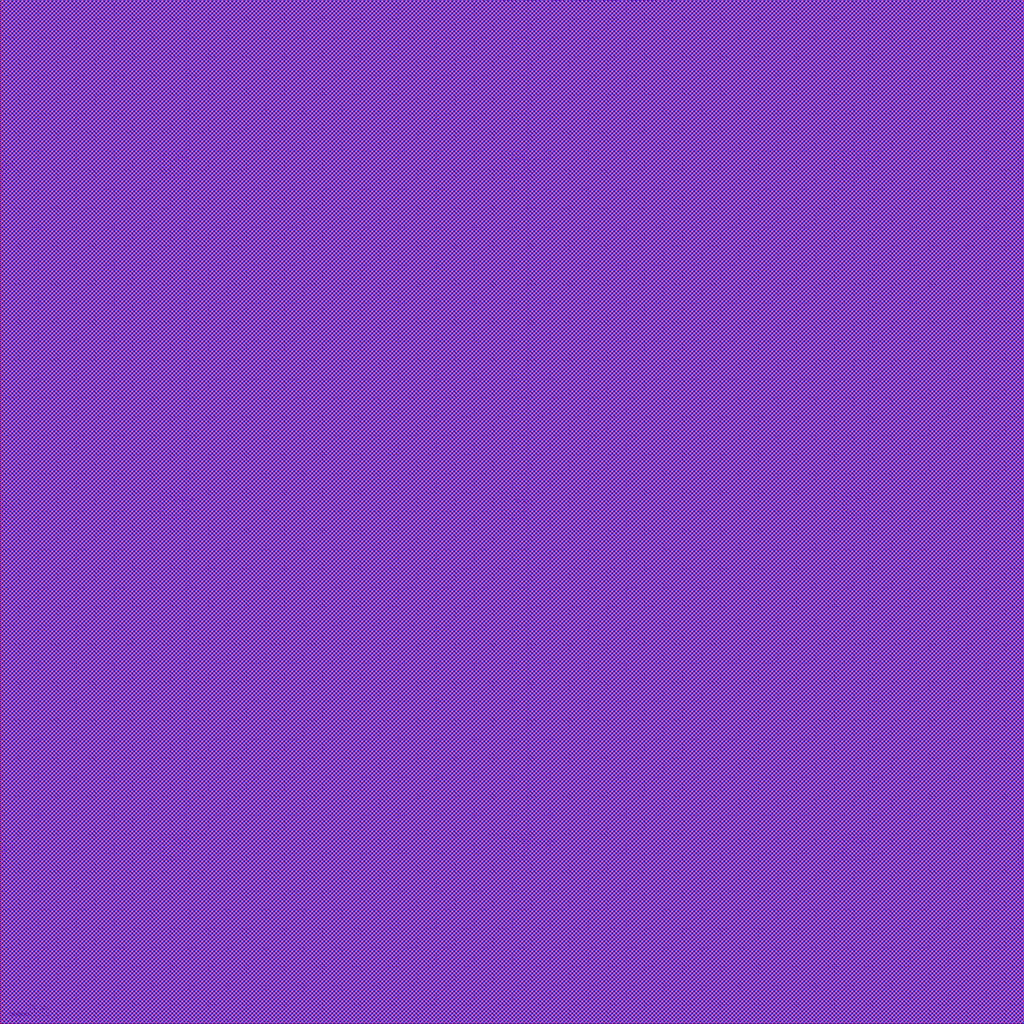
<source format=lef>
#************************************************************************************************#
# Copyright (C) 2021 by Cadence Design Systems Inc	         	                         #
#************************************************************************************************#
#************************************************************************************************#
# IP               : cdn_sd1000_t16ffc_01_vc176_2xa1xd3xe2y2r                            	 #
# DESCRIPTION      : LEF file  									 #
# CREATED BY       : Sachin Nandurkar (sachinn@cadence.com)       				 #
# LAST CHANGED     : 20210527                                                                    #
# VERSION          : 102                                                                         #
# VERSION HISTORY  : 101 20191024 , File created				 		 #
# VERSION HISTORY  : 102 20210602 , Updated bump pin location				 	 #
# DISCLAIMER       : The lef parser used to verify the syntax of this file may have bugs. Please #
#                  : ensure that there are no problems while you read this file in your tool. 	 #
#************************************************************************************************#

VERSION 5.7 ;
BUSBITCHARS "[]" ;
DIVIDERCHAR "/" ;

SITE SITEOFcdn_sd1000_t16ffc_01_vc176_2xa1xd3xe2y2r
  CLASS CORE ;
  SYMMETRY X Y ;
  SIZE 540 BY 540 ;
END SITEOFcdn_sd1000_t16ffc_01_vc176_2xa1xd3xe2y2r

MACRO cdn_sd1000_t16ffc_01_vc176_2xa1xd3xe2y2r
  CLASS BLOCK ;
  ORIGIN 0 0 ;
  FOREIGN cdn_sd1000_t16ffc_01_vc176_2xa1xd3xe2y2r 0 0 ;
  SIZE 540 BY 540 ;
  SYMMETRY X Y ;
  SITE SITEOFcdn_sd1000_t16ffc_01_vc176_2xa1xd3xe2y2r ;
  PIN tap_trst_n
    DIRECTION INPUT ;
    USE SIGNAL ;
    PORT
      LAYER M5 ;
        RECT 321.64 539.8 321.72 540 ;
    END
  END tap_trst_n
  PIN databus_reset
    DIRECTION INPUT ;
    USE SIGNAL ;
    PORT
      LAYER M5 ;
        RECT 305.88 539.8 305.96 540 ;
    END
  END databus_reset
  PIN hssi_tx_clockin
    DIRECTION INPUT ;
    USE SIGNAL ;
    PORT
      LAYER M5 ;
        RECT 265.72 539.8 265.8 540 ;
    END
  END hssi_tx_clockin
  PIN scan_sieclock
    DIRECTION INPUT ;
    USE SIGNAL ;
    PORT
      LAYER M5 ;
        RECT 266.68 539.8 266.76 540 ;
    END
  END scan_sieclock
  PIN psm_clock
    DIRECTION INPUT ;
    USE SIGNAL ;
    PORT
      LAYER M5 ;
        RECT 267.64 539.8 267.72 540 ;
    END
  END psm_clock
  PIN apb_pclk
    DIRECTION INPUT ;
    USE SIGNAL ;
    PORT
      LAYER M5 ;
        RECT 267.32 539.8 267.4 540 ;
    END
  END apb_pclk
  PIN scan_out[22]
    DIRECTION OUTPUT ;
    USE SIGNAL ;
    PORT
      LAYER M5 ;
        RECT 353.08 539.8 353.16 540 ;
    END
  END scan_out[22]
  PIN scan_out[33]
    DIRECTION OUTPUT ;
    USE SIGNAL ;
    PORT
      LAYER M5 ;
        RECT 354.84 539.8 354.92 540 ;
    END
  END scan_out[33]
  PIN scan_out[31]
    DIRECTION OUTPUT ;
    USE SIGNAL ;
    PORT
      LAYER M5 ;
        RECT 354.52 539.8 354.6 540 ;
    END
  END scan_out[31]
  PIN scan_out[29]
    DIRECTION OUTPUT ;
    USE SIGNAL ;
    PORT
      LAYER M5 ;
        RECT 354.2 539.8 354.28 540 ;
    END
  END scan_out[29]
  PIN scan_out[27]
    DIRECTION OUTPUT ;
    USE SIGNAL ;
    PORT
      LAYER M5 ;
        RECT 353.88 539.8 353.96 540 ;
    END
  END scan_out[27]
  PIN scan_out[25]
    DIRECTION OUTPUT ;
    USE SIGNAL ;
    PORT
      LAYER M5 ;
        RECT 353.56 539.8 353.64 540 ;
    END
  END scan_out[25]
  PIN scan_out[23]
    DIRECTION OUTPUT ;
    USE SIGNAL ;
    PORT
      LAYER M5 ;
        RECT 353.24 539.8 353.32 540 ;
    END
  END scan_out[23]
  PIN scan_out[20]
    DIRECTION OUTPUT ;
    USE SIGNAL ;
    PORT
      LAYER M5 ;
        RECT 352.76 539.8 352.84 540 ;
    END
  END scan_out[20]
  PIN scan_out[18]
    DIRECTION OUTPUT ;
    USE SIGNAL ;
    PORT
      LAYER M5 ;
        RECT 352.44 539.8 352.52 540 ;
    END
  END scan_out[18]
  PIN scan_in[18]
    DIRECTION INPUT ;
    USE SIGNAL ;
    PORT
      LAYER M5 ;
        RECT 279.32 539.8 279.4 540 ;
    END
  END scan_in[18]
  PIN scan_in[20]
    DIRECTION INPUT ;
    USE SIGNAL ;
    PORT
      LAYER M5 ;
        RECT 279.64 539.8 279.72 540 ;
    END
  END scan_in[20]
  PIN scan_in[22]
    DIRECTION INPUT ;
    USE SIGNAL ;
    PORT
      LAYER M5 ;
        RECT 279.96 539.8 280.04 540 ;
    END
  END scan_in[22]
  PIN adp_sense_ana
    DIRECTION OUTPUT ;
    USE SIGNAL ;
    PORT
      LAYER M5 ;
        RECT 296.52 539.8 296.6 540 ;
    END
  END adp_sense_ana
  PIN sessvld
    DIRECTION OUTPUT ;
    USE SIGNAL ;
    PORT
      LAYER M5 ;
        RECT 296.84 539.8 296.92 540 ;
    END
  END sessvld
  PIN iddig
    DIRECTION OUTPUT ;
    USE SIGNAL ;
    PORT
      LAYER M5 ;
        RECT 303.96 539.8 304.04 540 ;
    END
  END iddig
  PIN hssi_ded_ana
    DIRECTION OUTPUT ;
    USE SIGNAL ;
    PORT
      LAYER M5 ;
        RECT 304.12 539.8 304.2 540 ;
    END
  END hssi_ded_ana
  PIN hssi_squelch
    DIRECTION OUTPUT ;
    USE SIGNAL ;
    PORT
      LAYER M5 ;
        RECT 318.44 539.8 318.52 540 ;
    END
  END hssi_squelch
  PIN hssi_dataout[0]
    DIRECTION OUTPUT ;
    USE SIGNAL ;
    PORT
      LAYER M5 ;
        RECT 337.56 539.8 337.64 540 ;
    END
  END hssi_dataout[0]
  PIN hssi_dataout[2]
    DIRECTION OUTPUT ;
    USE SIGNAL ;
    PORT
      LAYER M5 ;
        RECT 337.88 539.8 337.96 540 ;
    END
  END hssi_dataout[2]
  PIN rx_rcv
    DIRECTION OUTPUT ;
    USE SIGNAL ;
    PORT
      LAYER M5 ;
        RECT 325.48 539.8 325.56 540 ;
    END
  END rx_rcv
  PIN rx_dm
    DIRECTION OUTPUT ;
    USE SIGNAL ;
    PORT
      LAYER M5 ;
        RECT 304.44 539.8 304.52 540 ;
    END
  END rx_dm
  PIN dataout[1]
    DIRECTION OUTPUT ;
    USE SIGNAL ;
    PORT
      LAYER M5 ;
        RECT 335.16 539.8 335.24 540 ;
    END
  END dataout[1]
  PIN datain[6]
    DIRECTION INPUT ;
    USE SIGNAL ;
    PORT
      LAYER M5 ;
        RECT 292.36 539.8 292.44 540 ;
    END
  END datain[6]
  PIN datain[8]
    DIRECTION INPUT ;
    USE SIGNAL ;
    PORT
      LAYER M5 ;
        RECT 292.68 539.8 292.76 540 ;
    END
  END datain[8]
  PIN dp_vdat_ref_comp_en
    DIRECTION INPUT ;
    USE SIGNAL ;
    PORT
      LAYER M5 ;
        RECT 310.84 539.8 310.92 540 ;
    END
  END dp_vdat_ref_comp_en
  PIN scan_in[34]
    DIRECTION INPUT ;
    USE SIGNAL ;
    PORT
      LAYER M5 ;
        RECT 281.88 539.8 281.96 540 ;
    END
  END scan_in[34]
  PIN usb2_phy_spare_out[7]
    DIRECTION OUTPUT ;
    USE SIGNAL ;
    PORT
      LAYER M5 ;
        RECT 340.6 539.8 340.68 540 ;
    END
  END usb2_phy_spare_out[7]
  PIN apb_pready
    DIRECTION OUTPUT ;
    USE SIGNAL ;
    PORT
      LAYER M5 ;
        RECT 306.2 539.8 306.28 540 ;
    END
  END apb_pready
  PIN usb2_phy_spare_out[1]
    DIRECTION OUTPUT ;
    USE SIGNAL ;
    PORT
      LAYER M5 ;
        RECT 339.64 539.8 339.72 540 ;
    END
  END usb2_phy_spare_out[1]
  PIN usb2_phy_spare_out[5]
    DIRECTION OUTPUT ;
    USE SIGNAL ;
    PORT
      LAYER M5 ;
        RECT 340.28 539.8 340.36 540 ;
    END
  END usb2_phy_spare_out[5]
  PIN dm_vdat_ref_comp_en
    DIRECTION INPUT ;
    USE SIGNAL ;
    PORT
      LAYER M5 ;
        RECT 324.36 539.8 324.44 540 ;
    END
  END dm_vdat_ref_comp_en
  PIN usb2_phy_spare_out[3]
    DIRECTION OUTPUT ;
    USE SIGNAL ;
    PORT
      LAYER M5 ;
        RECT 339.96 539.8 340.04 540 ;
    END
  END usb2_phy_spare_out[3]
  PIN scan_in[17]
    DIRECTION INPUT ;
    USE SIGNAL ;
    PORT
      LAYER M5 ;
        RECT 279.16 539.8 279.24 540 ;
    END
  END scan_in[17]
  PIN bist_mode_sel[0]
    DIRECTION INPUT ;
    USE SIGNAL ;
    PORT
      LAYER M5 ;
        RECT 333.08 539.8 333.16 540 ;
    END
  END bist_mode_sel[0]
  PIN scan_in[14]
    DIRECTION INPUT ;
    USE SIGNAL ;
    PORT
      LAYER M5 ;
        RECT 278.68 539.8 278.76 540 ;
    END
  END scan_in[14]
  PIN scan_en
    DIRECTION INPUT ;
    USE SIGNAL ;
    PORT
      LAYER M5 ;
        RECT 309.4 539.8 309.48 540 ;
    END
  END scan_en
  PIN dataout[11]
    DIRECTION OUTPUT ;
    USE SIGNAL ;
    PORT
      LAYER M5 ;
        RECT 336.76 539.8 336.84 540 ;
    END
  END dataout[11]
  PIN dataout[9]
    DIRECTION OUTPUT ;
    USE SIGNAL ;
    PORT
      LAYER M5 ;
        RECT 336.44 539.8 336.52 540 ;
    END
  END dataout[9]
  PIN apb_presetn
    DIRECTION INPUT ;
    USE SIGNAL ;
    PORT
      LAYER M5 ;
        RECT 321.48 539.8 321.56 540 ;
    END
  END apb_presetn
  PIN iddq_mode
    DIRECTION INPUT ;
    USE SIGNAL ;
    PORT
      LAYER M5 ;
        RECT 310.04 539.8 310.12 540 ;
    END
  END iddq_mode
  PIN scan_clock
    DIRECTION INPUT ;
    USE SIGNAL ;
    PORT
      LAYER M5 ;
        RECT 267.96 539.8 268.04 540 ;
    END
  END scan_clock
  PIN tx_se0
    DIRECTION INPUT ;
    USE SIGNAL ;
    PORT
      LAYER M5 ;
        RECT 323.24 539.8 323.32 540 ;
    END
  END tx_se0
  PIN dataout[13]
    DIRECTION OUTPUT ;
    USE SIGNAL ;
    PORT
      LAYER M5 ;
        RECT 337.08 539.8 337.16 540 ;
    END
  END dataout[13]
  PIN dataout[15]
    DIRECTION OUTPUT ;
    USE SIGNAL ;
    PORT
      LAYER M5 ;
        RECT 337.4 539.8 337.48 540 ;
    END
  END dataout[15]
  PIN rxvalid
    DIRECTION OUTPUT ;
    USE SIGNAL ;
    PORT
      LAYER M5 ;
        RECT 319.24 539.8 319.32 540 ;
    END
  END rxvalid
  PIN rxactive
    DIRECTION OUTPUT ;
    USE SIGNAL ;
    PORT
      LAYER M5 ;
        RECT 307.16 539.8 307.24 540 ;
    END
  END rxactive
  PIN linestate[0]
    DIRECTION OUTPUT ;
    USE SIGNAL ;
    PORT
      LAYER M5 ;
        RECT 305.4 539.8 305.48 540 ;
    END
  END linestate[0]
  PIN hostdisconnect
    DIRECTION OUTPUT ;
    USE SIGNAL ;
    PORT
      LAYER M5 ;
        RECT 305.72 539.8 305.8 540 ;
    END
  END hostdisconnect
  PIN scan_out[1]
    DIRECTION OUTPUT ;
    USE SIGNAL ;
    PORT
      LAYER M5 ;
        RECT 340.92 539.8 341 540 ;
    END
  END scan_out[1]
  PIN scan_out[3]
    DIRECTION OUTPUT ;
    USE SIGNAL ;
    PORT
      LAYER M5 ;
        RECT 341.24 539.8 341.32 540 ;
    END
  END scan_out[3]
  PIN scan_out[5]
    DIRECTION OUTPUT ;
    USE SIGNAL ;
    PORT
      LAYER M5 ;
        RECT 341.56 539.8 341.64 540 ;
    END
  END scan_out[5]
  PIN scan_out[7]
    DIRECTION OUTPUT ;
    USE SIGNAL ;
    PORT
      LAYER M5 ;
        RECT 341.88 539.8 341.96 540 ;
    END
  END scan_out[7]
  PIN scan_out[9]
    DIRECTION OUTPUT ;
    USE SIGNAL ;
    PORT
      LAYER M5 ;
        RECT 342.2 539.8 342.28 540 ;
    END
  END scan_out[9]
  PIN scan_out[11]
    DIRECTION OUTPUT ;
    USE SIGNAL ;
    PORT
      LAYER M5 ;
        RECT 342.52 539.8 342.6 540 ;
    END
  END scan_out[11]
  PIN scan_out[13]
    DIRECTION OUTPUT ;
    USE SIGNAL ;
    PORT
      LAYER M5 ;
        RECT 342.84 539.8 342.92 540 ;
    END
  END scan_out[13]
  PIN hssi_rx_clockout
    DIRECTION OUTPUT ;
    USE SIGNAL ;
    PORT
      LAYER M5 ;
        RECT 269.24 539.8 269.32 540 ;
    END
  END hssi_rx_clockout
  PIN pll_clockout
    DIRECTION OUTPUT ;
    USE SIGNAL ;
    PORT
      LAYER M5 ;
        RECT 268.92 539.8 269 540 ;
    END
  END pll_clockout
  PIN scan_ats_sieclock
    DIRECTION OUTPUT ;
    USE SIGNAL ;
    PORT
      LAYER M5 ;
        RECT 265.08 539.8 265.16 540 ;
    END
  END scan_ats_sieclock
  PIN tx_dat
    DIRECTION INPUT ;
    USE SIGNAL ;
    PORT
      LAYER M5 ;
        RECT 319.4 539.8 319.48 540 ;
    END
  END tx_dat
  PIN refclock
    DIRECTION INPUT ;
    USE SIGNAL ;
    PORT
      LAYER M5 ;
        RECT 266.04 539.8 266.12 540 ;
    END
  END refclock
  PIN tap_tck
    DIRECTION INPUT ;
    USE SIGNAL ;
    PORT
      LAYER M5 ;
        RECT 306.04 539.8 306.12 540 ;
    END
  END tap_tck
  PIN scan_hsclock
    DIRECTION INPUT ;
    USE SIGNAL ;
    PORT
      LAYER M5 ;
        RECT 267 539.8 267.08 540 ;
    END
  END scan_hsclock
  PIN datain[0]
    DIRECTION INPUT ;
    USE SIGNAL ;
    PORT
      LAYER M5 ;
        RECT 291.4 539.8 291.48 540 ;
    END
  END datain[0]
  PIN datain[2]
    DIRECTION INPUT ;
    USE SIGNAL ;
    PORT
      LAYER M5 ;
        RECT 291.72 539.8 291.8 540 ;
    END
  END datain[2]
  PIN datain[4]
    DIRECTION INPUT ;
    USE SIGNAL ;
    PORT
      LAYER M5 ;
        RECT 292.04 539.8 292.12 540 ;
    END
  END datain[4]
  PIN bist_complete
    DIRECTION OUTPUT ;
    USE SIGNAL ;
    PORT
      LAYER M5 ;
        RECT 295.72 539.8 295.8 540 ;
    END
  END bist_complete
  PIN rid_float_comp_sts
    DIRECTION OUTPUT ;
    USE SIGNAL ;
    PORT
      LAYER M5 ;
        RECT 295.88 539.8 295.96 540 ;
    END
  END rid_float_comp_sts
  PIN rid_b_comp_sts
    DIRECTION OUTPUT ;
    USE SIGNAL ;
    PORT
      LAYER M5 ;
        RECT 306.52 539.8 306.6 540 ;
    END
  END rid_b_comp_sts
  PIN dp_vdat_ref_comp_sts
    DIRECTION OUTPUT ;
    USE SIGNAL ;
    PORT
      LAYER M5 ;
        RECT 296.2 539.8 296.28 540 ;
    END
  END dp_vdat_ref_comp_sts
  PIN dm_vdat_ref_comp_sts
    DIRECTION OUTPUT ;
    USE SIGNAL ;
    PORT
      LAYER M5 ;
        RECT 296.36 539.8 296.44 540 ;
    END
  END dm_vdat_ref_comp_sts
  PIN pll_clk_sel[1]
    DIRECTION INPUT ;
    USE SIGNAL ;
    PORT
      LAYER M5 ;
        RECT 266.36 539.8 266.44 540 ;
    END
  END pll_clk_sel[1]
  PIN option_cv
    DIRECTION INPUT ;
    USE SIGNAL ;
    PORT
      LAYER M5 ;
        RECT 345.08 539.8 345.16 540 ;
    END
  END option_cv
  PIN tap_tms
    DIRECTION INPUT ;
    USE SIGNAL ;
    PORT
      LAYER M5 ;
        RECT 309.72 539.8 309.8 540 ;
    END
  END tap_tms
  PIN apb_pwdata[0]
    DIRECTION INPUT ;
    USE SIGNAL ;
    PORT
      LAYER M5 ;
        RECT 333.72 539.8 333.8 540 ;
    END
  END apb_pwdata[0]
  PIN apb_pwdata[2]
    DIRECTION INPUT ;
    USE SIGNAL ;
    PORT
      LAYER M5 ;
        RECT 334.04 539.8 334.12 540 ;
    END
  END apb_pwdata[2]
  PIN apb_pwdata[4]
    DIRECTION INPUT ;
    USE SIGNAL ;
    PORT
      LAYER M5 ;
        RECT 334.36 539.8 334.44 540 ;
    END
  END apb_pwdata[4]
  PIN apb_pwdata[6]
    DIRECTION INPUT ;
    USE SIGNAL ;
    PORT
      LAYER M5 ;
        RECT 334.68 539.8 334.76 540 ;
    END
  END apb_pwdata[6]
  PIN apb_paddr[0]
    DIRECTION INPUT ;
    USE SIGNAL ;
    PORT
      LAYER M5 ;
        RECT 332.92 539.8 333 540 ;
    END
  END apb_paddr[0]
  PIN scan_out[16]
    DIRECTION OUTPUT ;
    USE SIGNAL ;
    PORT
      LAYER M5 ;
        RECT 343.32 539.8 343.4 540 ;
    END
  END scan_out[16]
  PIN datain[14]
    DIRECTION INPUT ;
    USE SIGNAL ;
    PORT
      LAYER M5 ;
        RECT 293.64 539.8 293.72 540 ;
    END
  END datain[14]
  PIN usb2_phy_spare_out[6]
    DIRECTION OUTPUT ;
    USE SIGNAL ;
    PORT
      LAYER M5 ;
        RECT 340.44 539.8 340.52 540 ;
    END
  END usb2_phy_spare_out[6]
  PIN bist_error_count[0]
    DIRECTION OUTPUT ;
    USE SIGNAL ;
    PORT
      LAYER M5 ;
        RECT 338.2 539.8 338.28 540 ;
    END
  END bist_error_count[0]
  PIN bist_error_count[2]
    DIRECTION OUTPUT ;
    USE SIGNAL ;
    PORT
      LAYER M5 ;
        RECT 338.52 539.8 338.6 540 ;
    END
  END bist_error_count[2]
  PIN bist_error_count[4]
    DIRECTION OUTPUT ;
    USE SIGNAL ;
    PORT
      LAYER M5 ;
        RECT 338.84 539.8 338.92 540 ;
    END
  END bist_error_count[4]
  PIN bist_error_count[6]
    DIRECTION OUTPUT ;
    USE SIGNAL ;
    PORT
      LAYER M5 ;
        RECT 339.16 539.8 339.24 540 ;
    END
  END bist_error_count[6]
  PIN bist_error
    DIRECTION OUTPUT ;
    USE SIGNAL ;
    PORT
      LAYER M5 ;
        RECT 310.52 539.8 310.6 540 ;
    END
  END bist_error
  PIN rid_gnd_comp_sts
    DIRECTION OUTPUT ;
    USE SIGNAL ;
    PORT
      LAYER M5 ;
        RECT 306.36 539.8 306.44 540 ;
    END
  END rid_gnd_comp_sts
  PIN rid_c_comp_sts
    DIRECTION OUTPUT ;
    USE SIGNAL ;
    PORT
      LAYER M5 ;
        RECT 325.64 539.8 325.72 540 ;
    END
  END rid_c_comp_sts
  PIN rid_a_comp_sts
    DIRECTION OUTPUT ;
    USE SIGNAL ;
    PORT
      LAYER M5 ;
        RECT 296.04 539.8 296.12 540 ;
    END
  END rid_a_comp_sts
  PIN dm_vlgc_comp_sts
    DIRECTION OUTPUT ;
    USE SIGNAL ;
    PORT
      LAYER M5 ;
        RECT 306.68 539.8 306.76 540 ;
    END
  END dm_vlgc_comp_sts
  PIN dcd_comp_sts
    DIRECTION OUTPUT ;
    USE SIGNAL ;
    PORT
      LAYER M5 ;
        RECT 306.84 539.8 306.92 540 ;
    END
  END dcd_comp_sts
  PIN adp_probe_ana
    DIRECTION OUTPUT ;
    USE SIGNAL ;
    PORT
      LAYER M5 ;
        RECT 296.68 539.8 296.76 540 ;
    END
  END adp_probe_ana
  PIN vbusvalid
    DIRECTION OUTPUT ;
    USE SIGNAL ;
    PORT
      LAYER M5 ;
        RECT 297 539.8 297.08 540 ;
    END
  END vbusvalid
  PIN hssi_chirp_data
    DIRECTION OUTPUT ;
    USE SIGNAL ;
    PORT
      LAYER M5 ;
        RECT 317.96 539.8 318.04 540 ;
    END
  END hssi_chirp_data
  PIN hssi_rxerror
    DIRECTION OUTPUT ;
    USE SIGNAL ;
    PORT
      LAYER M5 ;
        RECT 307 539.8 307.08 540 ;
    END
  END hssi_rxerror
  PIN hssi_rxvalid
    DIRECTION OUTPUT ;
    USE SIGNAL ;
    PORT
      LAYER M5 ;
        RECT 304.28 539.8 304.36 540 ;
    END
  END hssi_rxvalid
  PIN hssi_dataout[1]
    DIRECTION OUTPUT ;
    USE SIGNAL ;
    PORT
      LAYER M5 ;
        RECT 337.72 539.8 337.8 540 ;
    END
  END hssi_dataout[1]
  PIN hssi_dataout[3]
    DIRECTION OUTPUT ;
    USE SIGNAL ;
    PORT
      LAYER M5 ;
        RECT 338.04 539.8 338.12 540 ;
    END
  END hssi_dataout[3]
  PIN rx_dp
    DIRECTION OUTPUT ;
    USE SIGNAL ;
    PORT
      LAYER M5 ;
        RECT 318.92 539.8 319 540 ;
    END
  END rx_dp
  PIN dataout[0]
    DIRECTION OUTPUT ;
    USE SIGNAL ;
    PORT
      LAYER M5 ;
        RECT 335 539.8 335.08 540 ;
    END
  END dataout[0]
  PIN dataout[2]
    DIRECTION OUTPUT ;
    USE SIGNAL ;
    PORT
      LAYER M5 ;
        RECT 335.32 539.8 335.4 540 ;
    END
  END dataout[2]
  PIN dataout[4]
    DIRECTION OUTPUT ;
    USE SIGNAL ;
    PORT
      LAYER M5 ;
        RECT 335.64 539.8 335.72 540 ;
    END
  END dataout[4]
  PIN dataout[6]
    DIRECTION OUTPUT ;
    USE SIGNAL ;
    PORT
      LAYER M5 ;
        RECT 335.96 539.8 336.04 540 ;
    END
  END dataout[6]
  PIN dataout[8]
    DIRECTION OUTPUT ;
    USE SIGNAL ;
    PORT
      LAYER M5 ;
        RECT 336.28 539.8 336.36 540 ;
    END
  END dataout[8]
  PIN dataout[10]
    DIRECTION OUTPUT ;
    USE SIGNAL ;
    PORT
      LAYER M5 ;
        RECT 336.6 539.8 336.68 540 ;
    END
  END dataout[10]
  PIN dataout[12]
    DIRECTION OUTPUT ;
    USE SIGNAL ;
    PORT
      LAYER M5 ;
        RECT 336.92 539.8 337 540 ;
    END
  END dataout[12]
  PIN dataout[14]
    DIRECTION OUTPUT ;
    USE SIGNAL ;
    PORT
      LAYER M5 ;
        RECT 337.24 539.8 337.32 540 ;
    END
  END dataout[14]
  PIN rxvalidh
    DIRECTION OUTPUT ;
    USE SIGNAL ;
    PORT
      LAYER M5 ;
        RECT 325.32 539.8 325.4 540 ;
    END
  END rxvalidh
  PIN rxerror
    DIRECTION OUTPUT ;
    USE SIGNAL ;
    PORT
      LAYER M5 ;
        RECT 304.92 539.8 305 540 ;
    END
  END rxerror
  PIN txready
    DIRECTION OUTPUT ;
    USE SIGNAL ;
    PORT
      LAYER M5 ;
        RECT 305.24 539.8 305.32 540 ;
    END
  END txready
  PIN linestate[1]
    DIRECTION OUTPUT ;
    USE SIGNAL ;
    PORT
      LAYER M5 ;
        RECT 305.56 539.8 305.64 540 ;
    END
  END linestate[1]
  PIN scan_out[0]
    DIRECTION OUTPUT ;
    USE SIGNAL ;
    PORT
      LAYER M5 ;
        RECT 340.76 539.8 340.84 540 ;
    END
  END scan_out[0]
  PIN scan_out[2]
    DIRECTION OUTPUT ;
    USE SIGNAL ;
    PORT
      LAYER M5 ;
        RECT 341.08 539.8 341.16 540 ;
    END
  END scan_out[2]
  PIN scan_out[4]
    DIRECTION OUTPUT ;
    USE SIGNAL ;
    PORT
      LAYER M5 ;
        RECT 341.4 539.8 341.48 540 ;
    END
  END scan_out[4]
  PIN scan_out[6]
    DIRECTION OUTPUT ;
    USE SIGNAL ;
    PORT
      LAYER M5 ;
        RECT 341.72 539.8 341.8 540 ;
    END
  END scan_out[6]
  PIN scan_out[8]
    DIRECTION OUTPUT ;
    USE SIGNAL ;
    PORT
      LAYER M5 ;
        RECT 342.04 539.8 342.12 540 ;
    END
  END scan_out[8]
  PIN scan_out[10]
    DIRECTION OUTPUT ;
    USE SIGNAL ;
    PORT
      LAYER M5 ;
        RECT 342.36 539.8 342.44 540 ;
    END
  END scan_out[10]
  PIN scan_out[12]
    DIRECTION OUTPUT ;
    USE SIGNAL ;
    PORT
      LAYER M5 ;
        RECT 342.68 539.8 342.76 540 ;
    END
  END scan_out[12]
  PIN scan_out[14]
    DIRECTION OUTPUT ;
    USE SIGNAL ;
    PORT
      LAYER M5 ;
        RECT 343 539.8 343.08 540 ;
    END
  END scan_out[14]
  PIN hssi_tx_clockout
    DIRECTION OUTPUT ;
    USE SIGNAL ;
    PORT
      LAYER M5 ;
        RECT 264.76 539.8 264.84 540 ;
    END
  END hssi_tx_clockout
  PIN sieclock
    DIRECTION OUTPUT ;
    USE SIGNAL ;
    PORT
      LAYER M5 ;
        RECT 268.6 539.8 268.68 540 ;
    END
  END sieclock
  PIN scan_ats_hsclock
    DIRECTION OUTPUT ;
    USE SIGNAL ;
    PORT
      LAYER M5 ;
        RECT 265.4 539.8 265.48 540 ;
    END
  END scan_ats_hsclock
  PIN option_n
    DIRECTION INPUT ;
    USE SIGNAL ;
    PORT
      LAYER M5 ;
        RECT 344.92 539.8 345 540 ;
    END
  END option_n
  PIN tap_tdi
    DIRECTION INPUT ;
    USE SIGNAL ;
    PORT
      LAYER M5 ;
        RECT 307.32 539.8 307.4 540 ;
    END
  END tap_tdi
  PIN apb_pwdata[1]
    DIRECTION INPUT ;
    USE SIGNAL ;
    PORT
      LAYER M5 ;
        RECT 333.88 539.8 333.96 540 ;
    END
  END apb_pwdata[1]
  PIN apb_pwdata[3]
    DIRECTION INPUT ;
    USE SIGNAL ;
    PORT
      LAYER M5 ;
        RECT 334.2 539.8 334.28 540 ;
    END
  END apb_pwdata[3]
  PIN apb_pwdata[5]
    DIRECTION INPUT ;
    USE SIGNAL ;
    PORT
      LAYER M5 ;
        RECT 334.52 539.8 334.6 540 ;
    END
  END apb_pwdata[5]
  PIN apb_pwdata[7]
    DIRECTION INPUT ;
    USE SIGNAL ;
    PORT
      LAYER M5 ;
        RECT 334.84 539.8 334.92 540 ;
    END
  END apb_pwdata[7]
  PIN apb_paddr[1]
    DIRECTION INPUT ;
    USE SIGNAL ;
    PORT
      LAYER M5 ;
        RECT 332.76 539.8 332.84 540 ;
    END
  END apb_paddr[1]
  PIN apb_paddr[2]
    DIRECTION INPUT ;
    USE SIGNAL ;
    PORT
      LAYER M5 ;
        RECT 332.6 539.8 332.68 540 ;
    END
  END apb_paddr[2]
  PIN scan_in[15]
    DIRECTION INPUT ;
    USE SIGNAL ;
    PORT
      LAYER M5 ;
        RECT 278.84 539.8 278.92 540 ;
    END
  END scan_in[15]
  PIN scan_en_cg
    DIRECTION INPUT ;
    USE SIGNAL ;
    PORT
      LAYER M5 ;
        RECT 282.04 539.8 282.12 540 ;
    END
  END scan_en_cg
  PIN tap_tdoen
    DIRECTION OUTPUT ;
    USE SIGNAL ;
    PORT
      LAYER M5 ;
        RECT 295.24 539.8 295.32 540 ;
    END
  END tap_tdoen
  PIN apb_prdata[0]
    DIRECTION OUTPUT ;
    USE SIGNAL ;
    PORT
      LAYER M5 ;
        RECT 343.48 539.8 343.56 540 ;
    END
  END apb_prdata[0]
  PIN apb_prdata[2]
    DIRECTION OUTPUT ;
    USE SIGNAL ;
    PORT
      LAYER M5 ;
        RECT 343.8 539.8 343.88 540 ;
    END
  END apb_prdata[2]
  PIN apb_prdata[4]
    DIRECTION OUTPUT ;
    USE SIGNAL ;
    PORT
      LAYER M5 ;
        RECT 344.12 539.8 344.2 540 ;
    END
  END apb_prdata[4]
  PIN apb_prdata[6]
    DIRECTION OUTPUT ;
    USE SIGNAL ;
    PORT
      LAYER M5 ;
        RECT 344.44 539.8 344.52 540 ;
    END
  END apb_prdata[6]
  PIN apb_paddr[4]
    DIRECTION INPUT ;
    USE SIGNAL ;
    PORT
      LAYER M5 ;
        RECT 332.28 539.8 332.36 540 ;
    END
  END apb_paddr[4]
  PIN apb_paddr[6]
    DIRECTION INPUT ;
    USE SIGNAL ;
    PORT
      LAYER M5 ;
        RECT 331.96 539.8 332.04 540 ;
    END
  END apb_paddr[6]
  PIN usb2_phy_irq
    DIRECTION OUTPUT ;
    USE SIGNAL ;
    PORT
      LAYER M5 ;
        RECT 345.24 539.8 345.32 540 ;
    END
  END usb2_phy_irq
  PIN apb_penable
    DIRECTION INPUT ;
    USE SIGNAL ;
    PORT
      LAYER M5 ;
        RECT 325.16 539.8 325.24 540 ;
    END
  END apb_penable
  PIN usb2_phy_spare_in[0]
    DIRECTION INPUT ;
    USE SIGNAL ;
    PORT
      LAYER M5 ;
        RECT 293.96 539.8 294.04 540 ;
    END
  END usb2_phy_spare_in[0]
  PIN usb2_phy_spare_in[2]
    DIRECTION INPUT ;
    USE SIGNAL ;
    PORT
      LAYER M5 ;
        RECT 294.28 539.8 294.36 540 ;
    END
  END usb2_phy_spare_in[2]
  PIN usb2_phy_spare_in[4]
    DIRECTION INPUT ;
    USE SIGNAL ;
    PORT
      LAYER M5 ;
        RECT 294.6 539.8 294.68 540 ;
    END
  END usb2_phy_spare_in[4]
  PIN usb2_phy_spare_in[6]
    DIRECTION INPUT ;
    USE SIGNAL ;
    PORT
      LAYER M5 ;
        RECT 294.92 539.8 295 540 ;
    END
  END usb2_phy_spare_in[6]
  PIN loopback[0]
    DIRECTION INPUT ;
    USE SIGNAL ;
    PORT
      LAYER M5 ;
        RECT 325 539.8 325.08 540 ;
    END
  END loopback[0]
  PIN bist_on
    DIRECTION INPUT ;
    USE SIGNAL ;
    PORT
      LAYER M5 ;
        RECT 324.68 539.8 324.76 540 ;
    END
  END bist_on
  PIN bist_mode_sel[1]
    DIRECTION INPUT ;
    USE SIGNAL ;
    PORT
      LAYER M5 ;
        RECT 333.24 539.8 333.32 540 ;
    END
  END bist_mode_sel[1]
  PIN bist_mode_sel[3]
    DIRECTION INPUT ;
    USE SIGNAL ;
    PORT
      LAYER M5 ;
        RECT 333.56 539.8 333.64 540 ;
    END
  END bist_mode_sel[3]
  PIN pll_bypass_mode
    DIRECTION INPUT ;
    USE SIGNAL ;
    PORT
      LAYER M5 ;
        RECT 307.64 539.8 307.72 540 ;
    END
  END pll_bypass_mode
  PIN vdp_src_en
    DIRECTION INPUT ;
    USE SIGNAL ;
    PORT
      LAYER M5 ;
        RECT 307.96 539.8 308.04 540 ;
    END
  END vdp_src_en
  PIN rid_nonfloat_comp_en
    DIRECTION INPUT ;
    USE SIGNAL ;
    PORT
      LAYER M5 ;
        RECT 324.52 539.8 324.6 540 ;
    END
  END rid_nonfloat_comp_en
  PIN idp_src_en
    DIRECTION INPUT ;
    USE SIGNAL ;
    PORT
      LAYER M5 ;
        RECT 295.56 539.8 295.64 540 ;
    END
  END idp_src_en
  PIN idm_sink_en
    DIRECTION INPUT ;
    USE SIGNAL ;
    PORT
      LAYER M5 ;
        RECT 308.12 539.8 308.2 540 ;
    END
  END idm_sink_en
  PIN dm_vlgc_comp_en
    DIRECTION INPUT ;
    USE SIGNAL ;
    PORT
      LAYER M5 ;
        RECT 311 539.8 311.08 540 ;
    END
  END dm_vlgc_comp_en
  PIN bc_en
    DIRECTION INPUT ;
    USE SIGNAL ;
    PORT
      LAYER M5 ;
        RECT 324.2 539.8 324.28 540 ;
    END
  END bc_en
  PIN adp_sink_current_en
    DIRECTION INPUT ;
    USE SIGNAL ;
    PORT
      LAYER M5 ;
        RECT 311.32 539.8 311.4 540 ;
    END
  END adp_sink_current_en
  PIN adp_en
    DIRECTION INPUT ;
    USE SIGNAL ;
    PORT
      LAYER M5 ;
        RECT 311.64 539.8 311.72 540 ;
    END
  END adp_en
  PIN idpullup
    DIRECTION INPUT ;
    USE SIGNAL ;
    PORT
      LAYER M5 ;
        RECT 308.28 539.8 308.36 540 ;
    END
  END idpullup
  PIN vbus_sel[1]
    DIRECTION INPUT ;
    USE SIGNAL ;
    PORT
      LAYER M5 ;
        RECT 321.32 539.8 321.4 540 ;
    END
  END vbus_sel[1]
  PIN pllrefsel[1]
    DIRECTION INPUT ;
    USE SIGNAL ;
    PORT
      LAYER M5 ;
        RECT 321.8 539.8 321.88 540 ;
    END
  END pllrefsel[1]
  PIN pllrefsel[3]
    DIRECTION INPUT ;
    USE SIGNAL ;
    PORT
      LAYER M5 ;
        RECT 322.28 539.8 322.36 540 ;
    END
  END pllrefsel[3]
  PIN pll_standalone
    DIRECTION INPUT ;
    USE SIGNAL ;
    PORT
      LAYER M5 ;
        RECT 308.44 539.8 308.52 540 ;
    END
  END pll_standalone
  PIN pll_clk_sel[0]
    DIRECTION INPUT ;
    USE SIGNAL ;
    PORT
      LAYER M5 ;
        RECT 268.28 539.8 268.36 540 ;
    END
  END pll_clk_sel[0]
  PIN usb2_phy_arch[0]
    DIRECTION INPUT ;
    USE SIGNAL ;
    PORT
      LAYER M5 ;
        RECT 318.28 539.8 318.36 540 ;
    END
  END usb2_phy_arch[0]
  PIN pso_disable_sel[0]
    DIRECTION INPUT ;
    USE SIGNAL ;
    PORT
      LAYER M5 ;
        RECT 304.6 539.8 304.68 540 ;
    END
  END pso_disable_sel[0]
  PIN pso_disable
    DIRECTION INPUT ;
    USE SIGNAL ;
    PORT
      LAYER M5 ;
        RECT 318.6 539.8 318.68 540 ;
    END
  END pso_disable
  PIN hssi_tx_enable
    DIRECTION INPUT ;
    USE SIGNAL ;
    PORT
      LAYER M5 ;
        RECT 318.76 539.8 318.84 540 ;
    END
  END hssi_tx_enable
  PIN hssi_txvalid[1]
    DIRECTION INPUT ;
    USE SIGNAL ;
    PORT
      LAYER M5 ;
        RECT 323.72 539.8 323.8 540 ;
    END
  END hssi_txvalid[1]
  PIN hssi_datain[1]
    DIRECTION INPUT ;
    USE SIGNAL ;
    PORT
      LAYER M5 ;
        RECT 291.08 539.8 291.16 540 ;
    END
  END hssi_datain[1]
  PIN idle_rpu_enable
    DIRECTION INPUT ;
    USE SIGNAL ;
    PORT
      LAYER M5 ;
        RECT 323.4 539.8 323.48 540 ;
    END
  END idle_rpu_enable
  PIN tx_enable_n
    DIRECTION INPUT ;
    USE SIGNAL ;
    PORT
      LAYER M5 ;
        RECT 305.08 539.8 305.16 540 ;
    END
  END tx_enable_n
  PIN fslsserialmode
    DIRECTION INPUT ;
    USE SIGNAL ;
    PORT
      LAYER M5 ;
        RECT 308.6 539.8 308.68 540 ;
    END
  END fslsserialmode
  PIN datain[1]
    DIRECTION INPUT ;
    USE SIGNAL ;
    PORT
      LAYER M5 ;
        RECT 291.56 539.8 291.64 540 ;
    END
  END datain[1]
  PIN datain[3]
    DIRECTION INPUT ;
    USE SIGNAL ;
    PORT
      LAYER M5 ;
        RECT 291.88 539.8 291.96 540 ;
    END
  END datain[3]
  PIN datain[5]
    DIRECTION INPUT ;
    USE SIGNAL ;
    PORT
      LAYER M5 ;
        RECT 292.2 539.8 292.28 540 ;
    END
  END datain[5]
  PIN VBUS
    DIRECTION INOUT ;
    USE ANALOG ;
    PORT
      CLASS BUMP ;
      LAYER AP ;
        RECT 86.269 448.2 96.269 458.2 ;
    END
  END VBUS
  PIN datain[7]
    DIRECTION INPUT ;
    USE SIGNAL ;
    PORT
      LAYER M5 ;
        RECT 292.52 539.8 292.6 540 ;
    END
  END datain[7]
  PIN datain[9]
    DIRECTION INPUT ;
    USE SIGNAL ;
    PORT
      LAYER M5 ;
        RECT 292.84 539.8 292.92 540 ;
    END
  END datain[9]
  PIN datain[11]
    DIRECTION INPUT ;
    USE SIGNAL ;
    PORT
      LAYER M5 ;
        RECT 293.16 539.8 293.24 540 ;
    END
  END datain[11]
  PIN gnd
    DIRECTION INOUT ;
    USE GROUND ;
    PORT
      CLASS BUMP ;
      LAYER AP ;
        RECT 266.269 268.2 276.269 278.2 ;
    END
    PORT
      LAYER M11 ;
        RECT 253.841 539.8 256.341 540 ;
    END
    PORT
      LAYER M10 ;
        RECT 253.841 539.8 256.341 540 ;
    END
    PORT
      LAYER M11 ;
        RECT 271 539.8 272.49 540 ;
    END
    PORT
      LAYER M10 ;
        RECT 271 539.8 272.49 540 ;
    END
    PORT
      LAYER M11 ;
        RECT 284.09 539.8 285.58 540 ;
    END
    PORT
      LAYER M10 ;
        RECT 284.09 539.8 285.58 540 ;
    END
    PORT
      LAYER M11 ;
        RECT 294.09 539.8 295.58 540 ;
    END
    PORT
      LAYER M10 ;
        RECT 294.09 539.8 295.58 540 ;
    END
    PORT
      LAYER M11 ;
        RECT 304.092 539.8 305.582 540 ;
    END
    PORT
      LAYER M10 ;
        RECT 304.092 539.8 305.582 540 ;
    END
    PORT
      LAYER M11 ;
        RECT 314.09 539.8 315.58 540 ;
    END
    PORT
      LAYER M10 ;
        RECT 314.09 539.8 315.58 540 ;
    END
    PORT
      LAYER M11 ;
        RECT 324.091 539.8 325.581 540 ;
    END
    PORT
      LAYER M10 ;
        RECT 324.091 539.8 325.581 540 ;
    END
    PORT
      LAYER M11 ;
        RECT 334.09 539.8 335.58 540 ;
    END
    PORT
      LAYER M10 ;
        RECT 334.09 539.8 335.58 540 ;
    END
    PORT
      LAYER M11 ;
        RECT 352.341 539.8 354.841 540 ;
    END
    PORT
      LAYER M10 ;
        RECT 352.341 539.8 354.841 540 ;
    END
    PORT
      LAYER AP ;
        RECT 0 443.976 1 455.976 ;
    END
    PORT
      LAYER AP ;
        RECT 0 263.976 1 275.976 ;
    END
    PORT
      LAYER AP ;
        RECT 0 83.976 1 95.976 ;
    END
    PORT
      LAYER AP ;
        RECT 539 443.976 540 455.976 ;
    END
    PORT
      LAYER AP ;
        RECT 539 263.976 540 275.976 ;
    END
    PORT
      LAYER AP ;
        RECT 539 83.976 540 95.976 ;
    END
  END gnd
  PIN datain[13]
    DIRECTION INPUT ;
    USE SIGNAL ;
    PORT
      LAYER M5 ;
        RECT 293.48 539.8 293.56 540 ;
    END
  END datain[13]
  PIN datain[15]
    DIRECTION INPUT ;
    USE SIGNAL ;
    PORT
      LAYER M5 ;
        RECT 293.8 539.8 293.88 540 ;
    END
  END datain[15]
  PIN txvalid
    DIRECTION INPUT ;
    USE SIGNAL ;
    PORT
      LAYER M5 ;
        RECT 322.76 539.8 322.84 540 ;
    END
  END txvalid
  PIN AVDD_IO
    DIRECTION INOUT ;
    USE POWER ;
    PORT
      CLASS BUMP ;
      LAYER AP ;
        RECT 446.269 448.2 456.269 458.2 ;
    END
  END AVDD_IO
  PIN scan_in[24]
    DIRECTION INPUT ;
    USE SIGNAL ;
    PORT
      LAYER M5 ;
        RECT 280.28 539.8 280.36 540 ;
    END
  END scan_in[24]
  PIN AVDD_IO_HV
    DIRECTION INOUT ;
    USE POWER ;
    PORT
      CLASS BUMP ;
      LAYER AP ;
        RECT 266.269 88.2 276.269 98.2 ;
    END
  END AVDD_IO_HV
  PIN scan_in[26]
    DIRECTION INPUT ;
    USE SIGNAL ;
    PORT
      LAYER M5 ;
        RECT 280.6 539.8 280.68 540 ;
    END
  END scan_in[26]
  PIN scan_in[28]
    DIRECTION INPUT ;
    USE SIGNAL ;
    PORT
      LAYER M5 ;
        RECT 280.92 539.8 281 540 ;
    END
  END scan_in[28]
  PIN scan_in[30]
    DIRECTION INPUT ;
    USE SIGNAL ;
    PORT
      LAYER M5 ;
        RECT 281.24 539.8 281.32 540 ;
    END
  END scan_in[30]
  PIN scan_in[32]
    DIRECTION INPUT ;
    USE SIGNAL ;
    PORT
      LAYER M5 ;
        RECT 281.56 539.8 281.64 540 ;
    END
  END scan_in[32]
  PIN scan_in[33]
    DIRECTION INPUT ;
    USE SIGNAL ;
    PORT
      LAYER M5 ;
        RECT 281.72 539.8 281.8 540 ;
    END
  END scan_in[33]
  PIN scan_ats_hssiclock
    DIRECTION OUTPUT ;
    USE SIGNAL ;
    PORT
      LAYER M5 ;
        RECT 264.12 539.8 264.2 540 ;
    END
  END scan_ats_hssiclock
  PIN apb_pslverr
    DIRECTION OUTPUT ;
    USE SIGNAL ;
    PORT
      LAYER M5 ;
        RECT 295.4 539.8 295.48 540 ;
    END
  END apb_pslverr
  PIN usb2_phy_spare_out[0]
    DIRECTION OUTPUT ;
    USE SIGNAL ;
    PORT
      LAYER M5 ;
        RECT 339.48 539.8 339.56 540 ;
    END
  END usb2_phy_spare_out[0]
  PIN usb2_phy_spare_out[2]
    DIRECTION OUTPUT ;
    USE SIGNAL ;
    PORT
      LAYER M5 ;
        RECT 339.8 539.8 339.88 540 ;
    END
  END usb2_phy_spare_out[2]
  PIN usb2_phy_spare_out[4]
    DIRECTION OUTPUT ;
    USE SIGNAL ;
    PORT
      LAYER M5 ;
        RECT 340.12 539.8 340.2 540 ;
    END
  END usb2_phy_spare_out[4]
  PIN RTRIM
    DIRECTION INOUT ;
    USE ANALOG ;
    PORT
      CLASS BUMP ;
      LAYER AP ;
        RECT 86.269 268.2 96.269 278.2 ;
    END
  END RTRIM
  PIN usb2_phy_arch[1]
    DIRECTION INPUT ;
    USE SIGNAL ;
    PORT
      LAYER M5 ;
        RECT 318.12 539.8 318.2 540 ;
    END
  END usb2_phy_arch[1]
  PIN pso_disable_sel[1]
    DIRECTION INPUT ;
    USE SIGNAL ;
    PORT
      LAYER M5 ;
        RECT 304.76 539.8 304.84 540 ;
    END
  END pso_disable_sel[1]
  PIN hssi_ted_en
    DIRECTION INPUT ;
    USE SIGNAL ;
    PORT
      LAYER M5 ;
        RECT 323.56 539.8 323.64 540 ;
    END
  END hssi_ted_en
  PIN txvalidh
    DIRECTION INPUT ;
    USE SIGNAL ;
    PORT
      LAYER M5 ;
        RECT 308.76 539.8 308.84 540 ;
    END
  END txvalidh
  PIN xcvrselect[0]
    DIRECTION INPUT ;
    USE SIGNAL ;
    PORT
      LAYER M5 ;
        RECT 323.08 539.8 323.16 540 ;
    END
  END xcvrselect[0]
  PIN scan_out[15]
    DIRECTION OUTPUT ;
    USE SIGNAL ;
    PORT
      LAYER M5 ;
        RECT 343.16 539.8 343.24 540 ;
    END
  END scan_out[15]
  PIN powerdown[0]
    DIRECTION INPUT ;
    USE SIGNAL ;
    PORT
      LAYER M5 ;
        RECT 319.72 539.8 319.8 540 ;
    END
  END powerdown[0]
  PIN hssi_txvalid[0]
    DIRECTION INPUT ;
    USE SIGNAL ;
    PORT
      LAYER M5 ;
        RECT 323.88 539.8 323.96 540 ;
    END
  END hssi_txvalid[0]
  PIN txbitstuffenableh
    DIRECTION INPUT ;
    USE SIGNAL ;
    PORT
      LAYER M5 ;
        RECT 320.2 539.8 320.28 540 ;
    END
  END txbitstuffenableh
  PIN dmpulldown
    DIRECTION INPUT ;
    USE SIGNAL ;
    PORT
      LAYER M5 ;
        RECT 322.6 539.8 322.68 540 ;
    END
  END dmpulldown
  PIN databus16_8
    DIRECTION INPUT ;
    USE SIGNAL ;
    PORT
      LAYER M5 ;
        RECT 320.36 539.8 320.44 540 ;
    END
  END databus16_8
  PIN sleepm
    DIRECTION INPUT ;
    USE SIGNAL ;
    PORT
      LAYER M5 ;
        RECT 309.24 539.8 309.32 540 ;
    END
  END sleepm
  PIN scan_in[0]
    DIRECTION INPUT ;
    USE SIGNAL ;
    PORT
      LAYER M5 ;
        RECT 276.44 539.8 276.52 540 ;
    END
  END scan_in[0]
  PIN scan_in[2]
    DIRECTION INPUT ;
    USE SIGNAL ;
    PORT
      LAYER M5 ;
        RECT 276.76 539.8 276.84 540 ;
    END
  END scan_in[2]
  PIN scan_in[4]
    DIRECTION INPUT ;
    USE SIGNAL ;
    PORT
      LAYER M5 ;
        RECT 277.08 539.8 277.16 540 ;
    END
  END scan_in[4]
  PIN hssi_datain[0]
    DIRECTION INPUT ;
    USE SIGNAL ;
    PORT
      LAYER M5 ;
        RECT 291.24 539.8 291.32 540 ;
    END
  END hssi_datain[0]
  PIN hssi_mode
    DIRECTION INPUT ;
    USE SIGNAL ;
    PORT
      LAYER M5 ;
        RECT 319.08 539.8 319.16 540 ;
    END
  END hssi_mode
  PIN scan_in[25]
    DIRECTION INPUT ;
    USE SIGNAL ;
    PORT
      LAYER M5 ;
        RECT 280.44 539.8 280.52 540 ;
    END
  END scan_in[25]
  PIN bist_error_count[1]
    DIRECTION OUTPUT ;
    USE SIGNAL ;
    PORT
      LAYER M5 ;
        RECT 338.36 539.8 338.44 540 ;
    END
  END bist_error_count[1]
  PIN scan_hssiclock
    DIRECTION INPUT ;
    USE SIGNAL ;
    PORT
      LAYER M5 ;
        RECT 263.8 539.8 263.88 540 ;
    END
  END scan_hssiclock
  PIN scan_in[10]
    DIRECTION INPUT ;
    USE SIGNAL ;
    PORT
      LAYER M5 ;
        RECT 278.04 539.8 278.12 540 ;
    END
  END scan_in[10]
  PIN scan_in[8]
    DIRECTION INPUT ;
    USE SIGNAL ;
    PORT
      LAYER M5 ;
        RECT 277.72 539.8 277.8 540 ;
    END
  END scan_in[8]
  PIN loopback[1]
    DIRECTION INPUT ;
    USE SIGNAL ;
    PORT
      LAYER M5 ;
        RECT 324.84 539.8 324.92 540 ;
    END
  END loopback[1]
  PIN reset
    DIRECTION INPUT ;
    USE SIGNAL ;
    PORT
      LAYER M5 ;
        RECT 321 539.8 321.08 540 ;
    END
  END reset
  PIN bist_mode_sel[2]
    DIRECTION INPUT ;
    USE SIGNAL ;
    PORT
      LAYER M5 ;
        RECT 333.4 539.8 333.48 540 ;
    END
  END bist_mode_sel[2]
  PIN lane_reverse
    DIRECTION INPUT ;
    USE SIGNAL ;
    PORT
      LAYER M5 ;
        RECT 324.04 539.8 324.12 540 ;
    END
  END lane_reverse
  PIN bist_mode_en
    DIRECTION INPUT ;
    USE SIGNAL ;
    PORT
      LAYER M5 ;
        RECT 307.8 539.8 307.88 540 ;
    END
  END bist_mode_en
  PIN vdm_src_en
    DIRECTION INPUT ;
    USE SIGNAL ;
    PORT
      LAYER M5 ;
        RECT 310.2 539.8 310.28 540 ;
    END
  END vdm_src_en
  PIN rid_float_comp_en
    DIRECTION INPUT ;
    USE SIGNAL ;
    PORT
      LAYER M5 ;
        RECT 310.36 539.8 310.44 540 ;
    END
  END rid_float_comp_en
  PIN idp_sink_en
    DIRECTION INPUT ;
    USE SIGNAL ;
    PORT
      LAYER M5 ;
        RECT 310.68 539.8 310.76 540 ;
    END
  END idp_sink_en
  PIN bist_error_count[7]
    DIRECTION OUTPUT ;
    USE SIGNAL ;
    PORT
      LAYER M5 ;
        RECT 339.32 539.8 339.4 540 ;
    END
  END bist_error_count[7]
  PIN scan_in[27]
    DIRECTION INPUT ;
    USE SIGNAL ;
    PORT
      LAYER M5 ;
        RECT 280.76 539.8 280.84 540 ;
    END
  END scan_in[27]
  PIN bist_error_count[5]
    DIRECTION OUTPUT ;
    USE SIGNAL ;
    PORT
      LAYER M5 ;
        RECT 339 539.8 339.08 540 ;
    END
  END bist_error_count[5]
  PIN bist_error_count[3]
    DIRECTION OUTPUT ;
    USE SIGNAL ;
    PORT
      LAYER M5 ;
        RECT 338.68 539.8 338.76 540 ;
    END
  END bist_error_count[3]
  PIN scan_in[29]
    DIRECTION INPUT ;
    USE SIGNAL ;
    PORT
      LAYER M5 ;
        RECT 281.08 539.8 281.16 540 ;
    END
  END scan_in[29]
  PIN scan_in[31]
    DIRECTION INPUT ;
    USE SIGNAL ;
    PORT
      LAYER M5 ;
        RECT 281.4 539.8 281.48 540 ;
    END
  END scan_in[31]
  PIN datain[10]
    DIRECTION INPUT ;
    USE SIGNAL ;
    PORT
      LAYER M5 ;
        RECT 293 539.8 293.08 540 ;
    END
  END datain[10]
  PIN pll_clkon
    DIRECTION INPUT ;
    USE SIGNAL ;
    PORT
      LAYER M5 ;
        RECT 264.44 539.8 264.52 540 ;
    END
  END pll_clkon
  PIN datain[12]
    DIRECTION INPUT ;
    USE SIGNAL ;
    PORT
      LAYER M5 ;
        RECT 293.32 539.8 293.4 540 ;
    END
  END datain[12]
  PIN opmode[0]
    DIRECTION INPUT ;
    USE SIGNAL ;
    PORT
      LAYER M5 ;
        RECT 320.04 539.8 320.12 540 ;
    END
  END opmode[0]
  PIN tap_tdo
    DIRECTION OUTPUT ;
    USE SIGNAL ;
    PORT
      LAYER M5 ;
        RECT 344.76 539.8 344.84 540 ;
    END
  END tap_tdo
  PIN adp_sense_en
    DIRECTION INPUT ;
    USE SIGNAL ;
    PORT
      LAYER M5 ;
        RECT 311.48 539.8 311.56 540 ;
    END
  END adp_sense_en
  PIN apb_prdata[1]
    DIRECTION OUTPUT ;
    USE SIGNAL ;
    PORT
      LAYER M5 ;
        RECT 343.64 539.8 343.72 540 ;
    END
  END apb_prdata[1]
  PIN adp_probe_en
    DIRECTION INPUT ;
    USE SIGNAL ;
    PORT
      LAYER M5 ;
        RECT 311.8 539.8 311.88 540 ;
    END
  END adp_probe_en
  PIN apb_prdata[3]
    DIRECTION OUTPUT ;
    USE SIGNAL ;
    PORT
      LAYER M5 ;
        RECT 343.96 539.8 344.04 540 ;
    END
  END apb_prdata[3]
  PIN apb_prdata[5]
    DIRECTION OUTPUT ;
    USE SIGNAL ;
    PORT
      LAYER M5 ;
        RECT 344.28 539.8 344.36 540 ;
    END
  END apb_prdata[5]
  PIN vbus_sel[0]
    DIRECTION INPUT ;
    USE SIGNAL ;
    PORT
      LAYER M5 ;
        RECT 321.16 539.8 321.24 540 ;
    END
  END vbus_sel[0]
  PIN apb_prdata[7]
    DIRECTION OUTPUT ;
    USE SIGNAL ;
    PORT
      LAYER M5 ;
        RECT 344.6 539.8 344.68 540 ;
    END
  END apb_prdata[7]
  PIN pllrefsel[0]
    DIRECTION INPUT ;
    USE SIGNAL ;
    PORT
      LAYER M5 ;
        RECT 322.12 539.8 322.2 540 ;
    END
  END pllrefsel[0]
  PIN AVDD_CORE
    DIRECTION INOUT ;
    USE POWER ;
    PORT
      CLASS BUMP ;
      LAYER AP ;
        RECT 266.269 448.2 276.269 458.2 ;
    END
  END AVDD_CORE
  PIN apb_paddr[5]
    DIRECTION INPUT ;
    USE SIGNAL ;
    PORT
      LAYER M5 ;
        RECT 332.12 539.8 332.2 540 ;
    END
  END apb_paddr[5]
  PIN DM
    DIRECTION INOUT ;
    USE ANALOG ;
    PORT
      CLASS BUMP ;
      LAYER AP ;
        RECT 446.269 88.2 456.269 98.2 ;
    END
  END DM
  PIN apb_paddr[7]
    DIRECTION INPUT ;
    USE SIGNAL ;
    PORT
      LAYER M5 ;
        RECT 331.8 539.8 331.88 540 ;
    END
  END apb_paddr[7]
  PIN DP
    DIRECTION INOUT ;
    USE ANALOG ;
    PORT
      CLASS BUMP ;
      LAYER AP ;
        RECT 446.269 268.2 456.269 278.2 ;
    END
  END DP
  PIN apb_pselx
    DIRECTION INPUT ;
    USE SIGNAL ;
    PORT
      LAYER M5 ;
        RECT 309.88 539.8 309.96 540 ;
    END
  END apb_pselx
  PIN ID
    DIRECTION INOUT ;
    USE ANALOG ;
    PORT
      CLASS BUMP ;
      LAYER AP ;
        RECT 86.269 88.2 96.269 98.2 ;
    END
  END ID
  PIN apb_pwrite
    DIRECTION INPUT ;
    USE SIGNAL ;
    PORT
      LAYER M5 ;
        RECT 307.48 539.8 307.56 540 ;
    END
  END apb_pwrite
  PIN usb2_phy_spare_in[1]
    DIRECTION INPUT ;
    USE SIGNAL ;
    PORT
      LAYER M5 ;
        RECT 294.12 539.8 294.2 540 ;
    END
  END usb2_phy_spare_in[1]
  PIN scan_in[6]
    DIRECTION INPUT ;
    USE SIGNAL ;
    PORT
      LAYER M5 ;
        RECT 277.4 539.8 277.48 540 ;
    END
  END scan_in[6]
  PIN usb2_phy_spare_in[3]
    DIRECTION INPUT ;
    USE SIGNAL ;
    PORT
      LAYER M5 ;
        RECT 294.44 539.8 294.52 540 ;
    END
  END usb2_phy_spare_in[3]
  PIN pllrefsel[2]
    DIRECTION INPUT ;
    USE SIGNAL ;
    PORT
      LAYER M5 ;
        RECT 321.96 539.8 322.04 540 ;
    END
  END pllrefsel[2]
  PIN scan_in[12]
    DIRECTION INPUT ;
    USE SIGNAL ;
    PORT
      LAYER M5 ;
        RECT 278.36 539.8 278.44 540 ;
    END
  END scan_in[12]
  PIN usb2_phy_spare_in[5]
    DIRECTION INPUT ;
    USE SIGNAL ;
    PORT
      LAYER M5 ;
        RECT 294.76 539.8 294.84 540 ;
    END
  END usb2_phy_spare_in[5]
  PIN psm_rstn
    DIRECTION INPUT ;
    USE SIGNAL ;
    PORT
      LAYER M5 ;
        RECT 309.56 539.8 309.64 540 ;
    END
  END psm_rstn
  PIN usb2_phy_spare_in[7]
    DIRECTION INPUT ;
    USE SIGNAL ;
    PORT
      LAYER M5 ;
        RECT 295.08 539.8 295.16 540 ;
    END
  END usb2_phy_spare_in[7]
  PIN scan_out[19]
    DIRECTION OUTPUT ;
    USE SIGNAL ;
    PORT
      LAYER M5 ;
        RECT 352.6 539.8 352.68 540 ;
    END
  END scan_out[19]
  PIN scan_out[30]
    DIRECTION OUTPUT ;
    USE SIGNAL ;
    PORT
      LAYER M5 ;
        RECT 354.36 539.8 354.44 540 ;
    END
  END scan_out[30]
  PIN scan_out[24]
    DIRECTION OUTPUT ;
    USE SIGNAL ;
    PORT
      LAYER M5 ;
        RECT 353.4 539.8 353.48 540 ;
    END
  END scan_out[24]
  PIN scan_out[26]
    DIRECTION OUTPUT ;
    USE SIGNAL ;
    PORT
      LAYER M5 ;
        RECT 353.72 539.8 353.8 540 ;
    END
  END scan_out[26]
  PIN scan_out[17]
    DIRECTION OUTPUT ;
    USE SIGNAL ;
    PORT
      LAYER M5 ;
        RECT 352.28 539.8 352.36 540 ;
    END
  END scan_out[17]
  PIN scan_out[32]
    DIRECTION OUTPUT ;
    USE SIGNAL ;
    PORT
      LAYER M5 ;
        RECT 354.68 539.8 354.76 540 ;
    END
  END scan_out[32]
  PIN scan_in[23]
    DIRECTION INPUT ;
    USE SIGNAL ;
    PORT
      LAYER M5 ;
        RECT 280.12 539.8 280.2 540 ;
    END
  END scan_in[23]
  PIN scan_out[34]
    DIRECTION OUTPUT ;
    USE SIGNAL ;
    PORT
      LAYER M5 ;
        RECT 355 539.8 355.08 540 ;
    END
  END scan_out[34]
  PIN scan_out[28]
    DIRECTION OUTPUT ;
    USE SIGNAL ;
    PORT
      LAYER M5 ;
        RECT 354.04 539.8 354.12 540 ;
    END
  END scan_out[28]
  PIN scan_out[21]
    DIRECTION OUTPUT ;
    USE SIGNAL ;
    PORT
      LAYER M5 ;
        RECT 352.92 539.8 353 540 ;
    END
  END scan_out[21]
  PIN scan_in[21]
    DIRECTION INPUT ;
    USE SIGNAL ;
    PORT
      LAYER M5 ;
        RECT 279.8 539.8 279.88 540 ;
    END
  END scan_in[21]
  PIN scan_in[19]
    DIRECTION INPUT ;
    USE SIGNAL ;
    PORT
      LAYER M5 ;
        RECT 279.48 539.8 279.56 540 ;
    END
  END scan_in[19]
  PIN dataout[3]
    DIRECTION OUTPUT ;
    USE SIGNAL ;
    PORT
      LAYER M5 ;
        RECT 335.48 539.8 335.56 540 ;
    END
  END dataout[3]
  PIN dataout[5]
    DIRECTION OUTPUT ;
    USE SIGNAL ;
    PORT
      LAYER M5 ;
        RECT 335.8 539.8 335.88 540 ;
    END
  END dataout[5]
  PIN dataout[7]
    DIRECTION OUTPUT ;
    USE SIGNAL ;
    PORT
      LAYER M5 ;
        RECT 336.12 539.8 336.2 540 ;
    END
  END dataout[7]
  PIN apb_paddr[3]
    DIRECTION INPUT ;
    USE SIGNAL ;
    PORT
      LAYER M5 ;
        RECT 332.44 539.8 332.52 540 ;
    END
  END apb_paddr[3]
  PIN scan_in[16]
    DIRECTION INPUT ;
    USE SIGNAL ;
    PORT
      LAYER M5 ;
        RECT 279 539.8 279.08 540 ;
    END
  END scan_in[16]
  PIN adp_source_current_en
    DIRECTION INPUT ;
    USE SIGNAL ;
    PORT
      LAYER M5 ;
        RECT 311.16 539.8 311.24 540 ;
    END
  END adp_source_current_en
  PIN DVDD_CORE
    DIRECTION INOUT ;
    USE POWER ;
    PORT
      LAYER M11 ;
        RECT 274.09 539.8 275.58 540 ;
    END
    PORT
      LAYER M10 ;
        RECT 274.09 539.8 275.58 540 ;
    END
    PORT
      LAYER M11 ;
        RECT 281 539.8 282.49 540 ;
    END
    PORT
      LAYER M10 ;
        RECT 281 539.8 282.49 540 ;
    END
    PORT
      LAYER M11 ;
        RECT 290.999 539.8 292.489 540 ;
    END
    PORT
      LAYER M10 ;
        RECT 290.999 539.8 292.489 540 ;
    END
    PORT
      LAYER M11 ;
        RECT 301.001 539.8 302.491 540 ;
    END
    PORT
      LAYER M10 ;
        RECT 301.001 539.8 302.491 540 ;
    END
    PORT
      LAYER M11 ;
        RECT 310.999 539.8 312.489 540 ;
    END
    PORT
      LAYER M10 ;
        RECT 310.999 539.8 312.489 540 ;
    END
    PORT
      LAYER M11 ;
        RECT 321 539.8 322.49 540 ;
    END
    PORT
      LAYER M10 ;
        RECT 321 539.8 322.49 540 ;
    END
    PORT
      LAYER M11 ;
        RECT 331 539.8 332.49 540 ;
    END
    PORT
      LAYER M10 ;
        RECT 331 539.8 332.49 540 ;
    END
  END DVDD_CORE
  PIN xcvrselect[1]
    DIRECTION INPUT ;
    USE SIGNAL ;
    PORT
      LAYER M5 ;
        RECT 322.92 539.8 323 540 ;
    END
  END xcvrselect[1]
  PIN opmode[1]
    DIRECTION INPUT ;
    USE SIGNAL ;
    PORT
      LAYER M5 ;
        RECT 319.88 539.8 319.96 540 ;
    END
  END opmode[1]
  PIN powerdown[1]
    DIRECTION INPUT ;
    USE SIGNAL ;
    PORT
      LAYER M5 ;
        RECT 319.56 539.8 319.64 540 ;
    END
  END powerdown[1]
  PIN txbitstuffenable
    DIRECTION INPUT ;
    USE SIGNAL ;
    PORT
      LAYER M5 ;
        RECT 308.92 539.8 309 540 ;
    END
  END txbitstuffenable
  PIN dppulldown
    DIRECTION INPUT ;
    USE SIGNAL ;
    PORT
      LAYER M5 ;
        RECT 322.44 539.8 322.52 540 ;
    END
  END dppulldown
  PIN termselect
    DIRECTION INPUT ;
    USE SIGNAL ;
    PORT
      LAYER M5 ;
        RECT 309.08 539.8 309.16 540 ;
    END
  END termselect
  PIN suspendm
    DIRECTION INPUT ;
    USE SIGNAL ;
    PORT
      LAYER M5 ;
        RECT 320.52 539.8 320.6 540 ;
    END
  END suspendm
  PIN scan_in[1]
    DIRECTION INPUT ;
    USE SIGNAL ;
    PORT
      LAYER M5 ;
        RECT 276.6 539.8 276.68 540 ;
    END
  END scan_in[1]
  PIN scan_in[3]
    DIRECTION INPUT ;
    USE SIGNAL ;
    PORT
      LAYER M5 ;
        RECT 276.92 539.8 277 540 ;
    END
  END scan_in[3]
  PIN scan_in[5]
    DIRECTION INPUT ;
    USE SIGNAL ;
    PORT
      LAYER M5 ;
        RECT 277.24 539.8 277.32 540 ;
    END
  END scan_in[5]
  PIN scan_in[7]
    DIRECTION INPUT ;
    USE SIGNAL ;
    PORT
      LAYER M5 ;
        RECT 277.56 539.8 277.64 540 ;
    END
  END scan_in[7]
  PIN scan_in[9]
    DIRECTION INPUT ;
    USE SIGNAL ;
    PORT
      LAYER M5 ;
        RECT 277.88 539.8 277.96 540 ;
    END
  END scan_in[9]
  PIN scan_in[11]
    DIRECTION INPUT ;
    USE SIGNAL ;
    PORT
      LAYER M5 ;
        RECT 278.2 539.8 278.28 540 ;
    END
  END scan_in[11]
  PIN scan_in[13]
    DIRECTION INPUT ;
    USE SIGNAL ;
    PORT
      LAYER M5 ;
        RECT 278.52 539.8 278.6 540 ;
    END
  END scan_in[13]
  PIN scan_ats_mode
    DIRECTION INPUT ;
    USE SIGNAL ;
    PORT
      LAYER M5 ;
        RECT 320.68 539.8 320.76 540 ;
    END
  END scan_ats_mode
  PIN scan_mode
    DIRECTION INPUT ;
    USE SIGNAL ;
    PORT
      LAYER M5 ;
        RECT 320.84 539.8 320.92 540 ;
    END
  END scan_mode
  OBS
    LAYER M1 SPACING 0.032 ;
      RECT 0 0 540 540 ;
    LAYER M2 SPACING 0.032 ;
      RECT 0 0 540 540 ;
    LAYER M3 SPACING 0.032 ;
      RECT 0 0 540 540 ;
    LAYER M4 SPACING 0.04 ;
      RECT 0 0 540 540 ;
    LAYER M5 SPACING 0.04 ;
      POLYGON 540 540 355.12 540 355.12 539.76 352.24 539.76 352.24 540 345.36 540 345.36 539.76 331.76 539.76 331.76 540 325.76 540 325.76 539.76 317.92 539.76 317.92 540 311.92 540 311.92 539.76 303.92 539.76 303.92 540 297.12 540 297.12 539.76 291.04 539.76 291.04 540 282.16 540 282.16 539.76 276.4 539.76 276.4 540 269.36 540 269.36 539.76 269.2 539.76 269.2 540 269.04 540 269.04 539.76 268.88 539.76 268.88 540 268.72 540 268.72 539.76 268.56 539.76 268.56 540 268.4 540 268.4 539.76 268.24 539.76 268.24 540 268.08 540 268.08 539.76 267.92 539.76 267.92 540 267.76 540 267.76 539.76 267.6 539.76 267.6 540 267.44 540 267.44 539.76 267.28 539.76 267.28 540 267.12 540 267.12 539.76 266.96 539.76 266.96 540 266.8 540 266.8 539.76 266.64 539.76 266.64 540 266.48 540 266.48 539.76 266.32 539.76 266.32 540 266.16 540 266.16 539.76 266 539.76 266 540 265.84 540 265.84 539.76 265.68 539.76 265.68 540 265.52 540 265.52 539.76 265.36 539.76 265.36 540 265.2 540 265.2 539.76 265.04 539.76 265.04 540 264.88 540 264.88 539.76 264.72 539.76 264.72 540 264.56 540 264.56 539.76 264.4 539.76 264.4 540 264.24 540 264.24 539.76 264.08 539.76 264.08 540 263.92 540 263.92 539.76 263.76 539.76 263.76 540 0 540 0 0 540 0 ;
    LAYER M6 SPACING 0.04 ;
      RECT 0 0 540 540 ;
    LAYER M7 SPACING 0.04 ;
      RECT 0 0 540 540 ;
    LAYER M8 SPACING 0.064 ;
      RECT 0 0 540 540 ;
    LAYER M9 SPACING 0.064 ;
      RECT 0 0 540 540 ;
    LAYER M10 SPACING 0.45 ;
      POLYGON 540 540 355.291 540 355.291 539.35 351.891 539.35 351.891 540 336.03 540 336.03 539.35 333.64 539.35 333.64 540 332.94 540 332.94 539.35 330.55 539.35 330.55 540 326.031 540 326.031 539.35 323.641 539.35 323.641 540 322.94 540 322.94 539.35 320.55 539.35 320.55 540 316.03 540 316.03 539.35 313.64 539.35 313.64 540 312.939 540 312.939 539.35 310.549 539.35 310.549 540 306.032 540 306.032 539.35 303.642 539.35 303.642 540 302.941 540 302.941 539.35 300.551 539.35 300.551 540 296.03 540 296.03 539.35 293.64 539.35 293.64 540 292.939 540 292.939 539.35 290.549 539.35 290.549 540 286.03 540 286.03 539.35 283.64 539.35 283.64 540 282.94 540 282.94 539.35 280.55 539.35 280.55 540 276.03 540 276.03 539.35 273.64 539.35 273.64 540 272.94 540 272.94 539.35 270.55 539.35 270.55 540 256.791 540 256.791 539.35 253.391 539.35 253.391 540 0 540 0 0 540 0 ;
    LAYER M11 SPACING 0.45 ;
      POLYGON 540 540 355.291 540 355.291 539.35 351.891 539.35 351.891 540 336.03 540 336.03 539.35 333.64 539.35 333.64 540 332.94 540 332.94 539.35 330.55 539.35 330.55 540 326.031 540 326.031 539.35 323.641 539.35 323.641 540 322.94 540 322.94 539.35 320.55 539.35 320.55 540 316.03 540 316.03 539.35 313.64 539.35 313.64 540 312.939 540 312.939 539.35 310.549 539.35 310.549 540 306.032 540 306.032 539.35 303.642 539.35 303.642 540 302.941 540 302.941 539.35 300.551 539.35 300.551 540 296.03 540 296.03 539.35 293.64 539.35 293.64 540 292.939 540 292.939 539.35 290.549 539.35 290.549 540 286.03 540 286.03 539.35 283.64 539.35 283.64 540 282.94 540 282.94 539.35 280.55 539.35 280.55 540 276.03 540 276.03 539.35 273.64 539.35 273.64 540 272.94 540 272.94 539.35 270.55 539.35 270.55 540 256.791 540 256.791 539.35 253.391 539.35 253.391 540 0 540 0 0 540 0 ;
    LAYER AP SPACING 1.8 ;
      POLYGON 540 82.176 537.2 82.176 537.2 97.776 540 97.776 540 262.176 537.2 262.176 537.2 277.776 540 277.776 540 442.176 537.2 442.176 537.2 457.776 540 457.776 540 540 458.069 540 458.069 86.4 444.469 86.4 444.469 100 458.069 100 458.069 266.4 444.469 266.4 444.469 280 458.069 280 458.069 446.4 444.469 446.4 444.469 460 458.069 460 458.069 540 278.069 540 278.069 86.4 264.469 86.4 264.469 100 278.069 100 278.069 266.4 264.469 266.4 264.469 280 278.069 280 278.069 446.4 264.469 446.4 264.469 460 278.069 460 278.069 540 98.069 540 98.069 86.4 84.469 86.4 84.469 100 98.069 100 98.069 266.4 84.469 266.4 84.469 280 98.069 280 98.069 446.4 84.469 446.4 84.469 460 98.069 460 98.069 540 0 540 0 457.776 2.8 457.776 2.8 442.176 0 442.176 0 277.776 2.8 277.776 2.8 262.176 0 262.176 0 97.776 2.8 97.776 2.8 82.176 0 82.176 0 0 540 0 ;
  END
END cdn_sd1000_t16ffc_01_vc176_2xa1xd3xe2y2r

END LIBRARY

</source>
